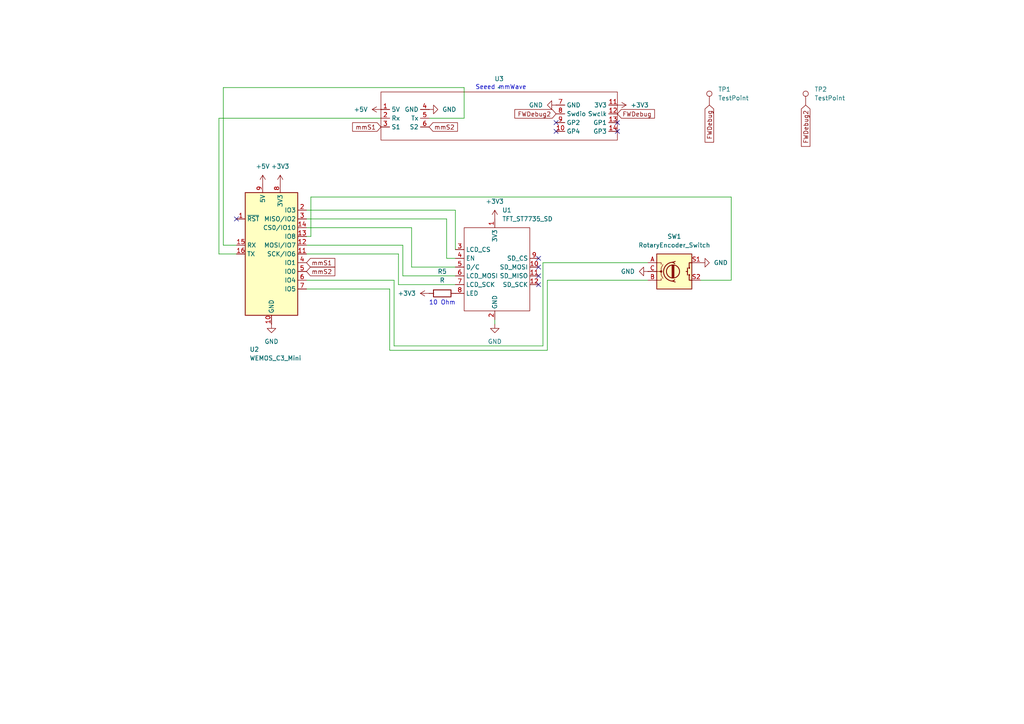
<source format=kicad_sch>
(kicad_sch (version 20241004) (generator "eeschema") (generator_version "8.99")
  (paper "A4")
  (lib_symbols
    (symbol "Connector:TestPoint" (pin_numbers (hide yes)) (pin_names (offset 0.762) (hide yes))
      (property "Reference" "TP" (at 0 6.858 0))
      (property "Value" "TestPoint" (at 0 5.08 0))
      (symbol "TestPoint_0_1"
        (circle (center 0 3.302) (radius 0.762))
      )
      (symbol "TestPoint_1_1"
        (pin passive line (at 0 0 90) (length 2.54) (name "1") (number "1"))
      )
    )
    (symbol "Device:R" (pin_numbers (hide yes)) (pin_names (offset 0))
      (property "Reference" "R" (at 2.032 0 90))
      (property "Value" "R" (at 0 0 90))
      (symbol "R_0_1"
        (rectangle (start -1.016 -2.54) (end 1.016 2.54) (stroke (width 0.254)))
      )
      (symbol "R_1_1"
        (pin passive line (at 0 3.81 270) (length 1.27) (name "~") (number "1"))
        (pin passive line (at 0 -3.81 90) (length 1.27) (name "~") (number "2"))
      )
    )
    (symbol "Device:RotaryEncoder_Switch" (pin_names (offset 0.254) (hide yes))
      (property "Reference" "SW" (at 0 6.604 0))
      (property "Value" "RotaryEncoder_Switch" (at 0 -6.604 0))
      (symbol "RotaryEncoder_Switch_0_1"
        (rectangle (start -5.08 5.08) (end 5.08 -5.08) (stroke (width 0.254)) (fill (type background)))
        (polyline (pts (xy -5.08 2.54) (xy -3.81 2.54) (xy -3.81 2.032)))
        (polyline (pts (xy -5.08 0) (xy -3.81 0) (xy -3.81 -1.016) (xy -3.302 -2.032)))
        (polyline (pts (xy -5.08 -2.54) (xy -3.81 -2.54) (xy -3.81 -2.032)))
        (polyline (pts (xy -4.318 0) (xy -3.81 0) (xy -3.81 1.016) (xy -3.302 2.032)))
        (circle (center -3.81 0) (radius 0.254) (fill (type outline)))
        (polyline (pts (xy -0.635 -1.778) (xy -0.635 1.778)) (stroke (width 0.254)))
        (circle (center -0.381 0) (radius 1.905) (stroke (width 0.254)))
        (polyline (pts (xy -0.381 -1.778) (xy -0.381 1.778)) (stroke (width 0.254)))
        (arc (start -0.381 -2.794) (mid -3.0988 -0.0635) (end -0.381 2.667) (stroke (width 0.254)))
        (polyline (pts (xy -0.127 1.778) (xy -0.127 -1.778)) (stroke (width 0.254)))
        (polyline (pts (xy 0.254 2.921) (xy -0.508 2.667) (xy 0.127 2.286)) (stroke (width 0.254)))
        (polyline (pts (xy 0.254 -3.048) (xy -0.508 -2.794) (xy 0.127 -2.413)) (stroke (width 0.254)))
        (polyline (pts (xy 3.81 1.016) (xy 3.81 -1.016)) (stroke (width 0.254)))
        (polyline (pts (xy 3.81 0) (xy 3.429 0)) (stroke (width 0.254)))
        (circle (center 4.318 1.016) (radius 0.127) (stroke (width 0.254)))
        (circle (center 4.318 -1.016) (radius 0.127) (stroke (width 0.254)))
        (polyline (pts (xy 5.08 2.54) (xy 4.318 2.54) (xy 4.318 1.016)) (stroke (width 0.254)))
        (polyline (pts (xy 5.08 -2.54) (xy 4.318 -2.54) (xy 4.318 -1.016)) (stroke (width 0.254)))
      )
      (symbol "RotaryEncoder_Switch_1_1"
        (pin passive line (at -7.62 2.54 0) (length 2.54) (name "A") (number "A"))
        (pin passive line (at -7.62 0 0) (length 2.54) (name "C") (number "C"))
        (pin passive line (at -7.62 -2.54 0) (length 2.54) (name "B") (number "B"))
        (pin passive line (at 7.62 2.54 180) (length 2.54) (name "S1") (number "S1"))
        (pin passive line (at 7.62 -2.54 180) (length 2.54) (name "S2") (number "S2"))
      )
    )
    (symbol "asylum-weather:TFT_ST7735_SD"
      (property "Reference" "U" (at 6.858 -15.748 0))
      (property "Value" "TFT_ST7735_SD" (at 13.462 -18.288 0))
      (symbol "TFT_ST7735_SD_0_1"
        (rectangle (start -5.08 10.16) (end 13.97 -13.97))
      )
      (symbol "TFT_ST7735_SD_1_1"
        (pin input line (at -7.62 3.81 0) (length 2.54) (name "LCD_CS") (number "3"))
        (pin input line (at -7.62 1.27 0) (length 2.54) (name "EN") (number "4"))
        (pin input line (at -7.62 -1.27 0) (length 2.54) (name "D/C") (number "5"))
        (pin input line (at -7.62 -3.81 0) (length 2.54) (name "LCD_MOSI") (number "6"))
        (pin input line (at -7.62 -6.35 0) (length 2.54) (name "LCD_SCK") (number "7"))
        (pin power_in line (at -7.62 -8.89 0) (length 2.54) (name "LED") (number "8"))
        (pin power_in line (at 3.81 12.7 270) (length 2.54) (name "3V3") (number "1"))
        (pin power_in line (at 3.81 -16.51 90) (length 2.54) (name "GND") (number "2"))
        (pin input line (at 16.51 1.27 180) (length 2.54) (name "SD_CS") (number "9"))
        (pin input line (at 16.51 -1.27 180) (length 2.54) (name "SD_MOSI") (number "10"))
        (pin output line (at 16.51 -3.81 180) (length 2.54) (name "SD_MISO") (number "11"))
        (pin input line (at 16.51 -6.35 180) (length 2.54) (name "SD_SCK") (number "12"))
      )
    )
    (symbol "asylum-weather:WEMOS_C3_mini"
      (property "Reference" "U1" (at 2.1941 -20.32 0))
      (property "Value" "WEMOS_C3_Mini" (at 2.1941 -22.86 0))
      (symbol "WEMOS_C3_mini_1_1"
        (rectangle (start -7.62 17.78) (end 7.62 -17.78) (stroke (width 0.254)) (fill (type background)))
        (pin input line (at -10.16 10.16 0) (length 2.54) (name "~{RST}") (number "1"))
        (pin input line (at -10.16 2.54 0) (length 2.54) (name "RX") (number "15"))
        (pin output line (at -10.16 0 0) (length 2.54) (name "TX") (number "16"))
        (pin power_in line (at -2.54 20.32 270) (length 2.54) (name "5V") (number "9"))
        (pin power_in line (at 0 -20.32 90) (length 2.54) (name "GND") (number "10"))
        (pin power_out line (at 2.54 20.32 270) (length 2.54) (name "3V3") (number "8"))
        (pin input line (at 10.16 12.7 180) (length 2.54) (name "IO3") (number "2"))
        (pin bidirectional line (at 10.16 10.16 180) (length 2.54) (name "MISO/IO2") (number "3"))
        (pin bidirectional line (at 10.16 7.62 180) (length 2.54) (name "CS0/IO10") (number "14"))
        (pin bidirectional line (at 10.16 5.08 180) (length 2.54) (name "IO8") (number "13"))
        (pin bidirectional line (at 10.16 2.54 180) (length 2.54) (name "MOSI/IO7") (number "12"))
        (pin bidirectional line (at 10.16 0 180) (length 2.54) (name "SCK/IO6") (number "11"))
        (pin bidirectional line (at 10.16 -2.54 180) (length 2.54) (name "IO1") (number "4"))
        (pin bidirectional line (at 10.16 -5.08 180) (length 2.54) (name "IO0") (number "5"))
        (pin bidirectional line (at 10.16 -7.62 180) (length 2.54) (name "IO4") (number "6"))
        (pin bidirectional line (at 10.16 -10.16 180) (length 2.54) (name "IO5") (number "7"))
      )
    )
    (symbol "power:+3V3" (power) (pin_numbers (hide yes)) (pin_names (offset 0) (hide yes))
      (property "Value" "+3V3" (at 0 3.556 0))
      (symbol "+3V3_0_1"
        (polyline (pts (xy -0.762 1.27) (xy 0 2.54)))
        (polyline (pts (xy 0 2.54) (xy 0.762 1.27)))
        (polyline (pts (xy 0 0) (xy 0 2.54)))
      )
      (symbol "+3V3_1_1"
        (pin power_in line (at 0 0 90) (length 0) (name "~") (number "1"))
      )
    )
    (symbol "power:+5V" (power) (pin_numbers (hide yes)) (pin_names (offset 0) (hide yes))
      (property "Value" "+5V" (at 0 3.556 0))
      (symbol "+5V_0_1"
        (polyline (pts (xy -0.762 1.27) (xy 0 2.54)))
        (polyline (pts (xy 0 2.54) (xy 0.762 1.27)))
        (polyline (pts (xy 0 0) (xy 0 2.54)))
      )
      (symbol "+5V_1_1"
        (pin power_in line (at 0 0 90) (length 0) (name "~") (number "1"))
      )
    )
    (symbol "power:GND" (power) (pin_numbers (hide yes)) (pin_names (offset 0) (hide yes))
      (property "Value" "GND" (at 0 -3.81 0))
      (symbol "GND_0_1"
        (polyline (pts (xy 0 0) (xy 0 -1.27) (xy 1.27 -1.27) (xy 0 -2.54) (xy -1.27 -1.27) (xy 0 -1.27)))
      )
      (symbol "GND_1_1"
        (pin power_in line (at 0 0 270) (length 0) (name "~") (number "1"))
      )
    )
    (symbol "seeedmmWave:mmWave"
      (property "Reference" "U" (at 0 0 0))
      (symbol "mmWave_0_1"
        (rectangle (start -33.02 7.62) (end 35.56 -6.35))
      )
      (symbol "mmWave_1_1"
        (pin power_in line (at -33.02 2.54 0) (length 2.54) (name "5V") (number "1"))
        (pin input line (at -33.02 0 0) (length 2.54) (name "Rx") (number "2"))
        (pin input line (at -33.02 -2.54 0) (length 2.54) (name "S1") (number "3"))
        (pin power_in line (at -19.05 2.54 180) (length 2.54) (name "GND") (number "4"))
        (pin output line (at -19.05 0 180) (length 2.54) (name "Tx") (number "5"))
        (pin input line (at -19.05 -2.54 180) (length 2.54) (name "S2") (number "6"))
        (pin power_in line (at 17.78 3.81 0) (length 2.54) (name "GND") (number "7"))
        (pin input line (at 17.78 1.27 0) (length 2.54) (name "Swdio") (number "8"))
        (pin input line (at 17.78 -1.27 0) (length 2.54) (name "GP2") (number "9"))
        (pin input line (at 17.78 -3.81 0) (length 2.54) (name "GP4") (number "10"))
        (pin power_in line (at 35.56 3.81 180) (length 2.54) (name "3V3") (number "11"))
        (pin input line (at 35.56 1.27 180) (length 2.54) (name "Swclk") (number "12"))
        (pin input line (at 35.56 -1.27 180) (length 2.54) (name "GP1") (number "13"))
        (pin input line (at 35.56 -3.81 180) (length 2.54) (name "GP3") (number "14"))
      )
    )
  )
  (text "Seeed mmWave" (at 145.288 25.4 0) (effects (font (size 1.27 1.27))))
  (text "10 Ohm" (at 128.27 87.884 0) (effects (font (size 1.27 1.27))))
  (no_connect (at 68.58 63.5))
  (no_connect (at 156.21 74.93))
  (no_connect (at 156.21 80.01))
  (no_connect (at 161.29 38.1))
  (no_connect (at 156.21 82.55))
  (no_connect (at 179.07 35.56))
  (no_connect (at 179.07 38.1))
  (no_connect (at 161.29 35.56))
  (no_connect (at 156.21 77.47))
  (wire (pts (xy 119.38 77.47) (xy 119.38 66.04)))
  (wire (pts (xy 157.48 76.2) (xy 157.48 100.33)))
  (wire (pts (xy 158.75 81.28) (xy 158.75 101.6)))
  (wire (pts (xy 119.38 66.04) (xy 88.9 66.04)))
  (wire (pts (xy 63.5 73.66) (xy 63.5 34.29)))
  (wire (pts (xy 157.48 100.33) (xy 114.3 100.33)))
  (wire (pts (xy 187.96 81.28) (xy 158.75 81.28)))
  (wire (pts (xy 132.08 80.01) (xy 116.84 80.01)))
  (wire (pts (xy 132.08 74.93) (xy 129.54 74.93)))
  (wire (pts (xy 116.84 80.01) (xy 116.84 71.12)))
  (wire (pts (xy 132.08 72.39) (xy 132.08 60.96)))
  (wire (pts (xy 114.3 81.28) (xy 88.9 81.28)))
  (wire (pts (xy 129.54 63.5) (xy 88.9 63.5)))
  (wire (pts (xy 187.96 76.2) (xy 157.48 76.2)))
  (wire (pts (xy 64.77 25.4) (xy 134.62 25.4)))
  (wire (pts (xy 143.51 92.71) (xy 143.51 93.98)))
  (wire (pts (xy 132.08 77.47) (xy 119.38 77.47)))
  (wire (pts (xy 132.08 82.55) (xy 115.57 82.55)))
  (wire (pts (xy 113.03 101.6) (xy 113.03 83.82)))
  (wire (pts (xy 134.62 25.4) (xy 134.62 34.29)))
  (wire (pts (xy 63.5 73.66) (xy 68.58 73.66)))
  (wire (pts (xy 90.17 57.15) (xy 90.17 68.58)))
  (wire (pts (xy 132.08 60.96) (xy 88.9 60.96)))
  (wire (pts (xy 88.9 83.82) (xy 113.03 83.82)))
  (wire (pts (xy 116.84 71.12) (xy 88.9 71.12)))
  (wire (pts (xy 134.62 34.29) (xy 124.46 34.29)))
  (wire (pts (xy 212.09 57.15) (xy 90.17 57.15)))
  (wire (pts (xy 158.75 101.6) (xy 113.03 101.6)))
  (wire (pts (xy 63.5 34.29) (xy 110.49 34.29)))
  (wire (pts (xy 115.57 73.66) (xy 88.9 73.66)))
  (wire (pts (xy 64.77 25.4) (xy 64.77 71.12)))
  (wire (pts (xy 115.57 82.55) (xy 115.57 73.66)))
  (wire (pts (xy 90.17 68.58) (xy 88.9 68.58)))
  (wire (pts (xy 64.77 71.12) (xy 68.58 71.12)))
  (wire (pts (xy 129.54 74.93) (xy 129.54 63.5)))
  (wire (pts (xy 203.2 81.28) (xy 212.09 81.28)))
  (wire (pts (xy 114.3 100.33) (xy 114.3 81.28)))
  (wire (pts (xy 212.09 81.28) (xy 212.09 57.15)))
  (global_label "mmS2" (shape input) (at 88.9 78.74 0) (property "Intersheetrefs" "${INTERSHEET_REFS}" (effects (hide yes))))
  (global_label "mmS1" (shape input) (at 110.49 36.83 180) (property "Intersheetrefs" "${INTERSHEET_REFS}" (effects (hide yes))))
  (global_label "FWDebug" (shape input) (at 205.74 30.48 270) (property "Intersheetrefs" "${INTERSHEET_REFS}" (effects (hide yes))))
  (global_label "mmS2" (shape input) (at 124.46 36.83 0) (property "Intersheetrefs" "${INTERSHEET_REFS}" (effects (hide yes))))
  (global_label "mmS1" (shape input) (at 88.9 76.2 0) (property "Intersheetrefs" "${INTERSHEET_REFS}" (effects (hide yes))))
  (global_label "FWDebug" (shape input) (at 179.07 33.02 0) (property "Intersheetrefs" "${INTERSHEET_REFS}" (effects (hide yes))))
  (global_label "FWDebug2" (shape input) (at 161.29 33.02 180) (property "Intersheetrefs" "${INTERSHEET_REFS}" (effects (hide yes))))
  (global_label "FWDebug2" (shape input) (at 233.68 30.48 270) (property "Intersheetrefs" "${INTERSHEET_REFS}" (effects (hide yes))))
  (symbol (lib_id "power:GND") (at 78.74 93.98 0) (unit 1)
    (property "Reference" "#PWR06" (effects (hide yes)))
    (property "Value" "GND" (at 78.74 99.06 0))
    (property "Description" "Power symbol creates a global label with name \"GND\" , ground" (effects (hide yes)))
  )
  (symbol (lib_id "power:GND") (at 187.96 78.74 270) (unit 1)
    (property "Reference" "#PWR01" (effects (hide yes)))
    (property "Value" "GND" (at 184.15 78.7399 90) (effects (justify right)))
    (property "Description" "Power symbol creates a global label with name \"GND\" , ground" (effects (hide yes)))
  )
  (symbol (lib_id "power:GND") (at 143.51 93.98 0) (unit 1)
    (property "Reference" "#PWR05" (effects (hide yes)))
    (property "Value" "GND" (at 143.51 99.06 0))
    (property "Description" "Power symbol creates a global label with name \"GND\" , ground" (effects (hide yes)))
  )
  (symbol (lib_id "power:+3V3") (at 179.07 30.48 270) (unit 1)
    (property "Reference" "#PWR010" (effects (hide yes)))
    (property "Value" "+3V3" (at 182.88 30.4799 90) (effects (justify left)))
    (property "Description" "Power symbol creates a global label with name \"+3V3\"" (effects (hide yes)))
  )
  (symbol (lib_id "seeedmmWave:mmWave") (at 143.51 34.29 0) (unit 1)
    (property "Reference" "U3" (at 144.78 22.86 0))
    (property "Value" "~" (at 144.78 25.4 0))
    (property "Footprint" "seeedmmWave:Untitled_1" (effects (hide yes)))
  )
  (symbol (lib_id "Device:R") (at 128.27 85.09 90) (unit 1)
    (property "Reference" "R5" (at 128.27 78.74 90))
    (property "Value" "R" (at 128.27 81.28 90))
    (property "Footprint" "Resistor_THT:R_Axial_DIN0207_L6.3mm_D2.5mm_P7.62mm_Horizontal" (effects (hide yes)))
    (property "Description" "Resistor" (effects (hide yes)))
  )
  (symbol (lib_id "power:+3V3") (at 81.28 53.34 0) (unit 1)
    (property "Reference" "#PWR09" (effects (hide yes)))
    (property "Value" "+3V3" (at 81.28 48.26 0))
    (property "Description" "Power symbol creates a global label with name \"+3V3\"" (effects (hide yes)))
  )
  (symbol (lib_id "Connector:TestPoint") (at 233.68 30.48 0) (unit 1)
    (property "Reference" "TP2" (at 236.22 25.9079 0) (effects (justify left)))
    (property "Value" "TestPoint" (at 236.22 28.4479 0) (effects (justify left)))
    (property "Footprint" "TestPoint:TestPoint_Pad_D2.0mm" (effects (hide yes)))
    (property "Description" "test point" (effects (hide yes)))
  )
  (symbol (lib_id "power:+3V3") (at 124.46 85.09 90) (unit 1)
    (property "Reference" "#PWR08" (effects (hide yes)))
    (property "Value" "+3V3" (at 120.65 85.0899 90) (effects (justify left)))
    (property "Description" "Power symbol creates a global label with name \"+3V3\"" (effects (hide yes)))
  )
  (symbol (lib_id "Device:RotaryEncoder_Switch") (at 195.58 78.74 0) (unit 1)
    (property "Reference" "SW1" (at 195.58 68.58 0))
    (property "Value" "RotaryEncoder_Switch" (at 195.58 71.12 0))
    (property "Footprint" "Rotary_Encoder:RotaryEncoder_Bourns_Vertical_PEC12R-3x17F-Sxxxx" (effects (hide yes)))
    (property "Description" "Rotary encoder, dual channel, incremental quadrate outputs, with switch" (effects (hide yes)))
  )
  (symbol (lib_id "power:GND") (at 124.46 31.75 90) (unit 1)
    (property "Reference" "#PWR04" (effects (hide yes)))
    (property "Value" "GND" (at 128.27 31.7499 90) (effects (justify right)))
    (property "Description" "Power symbol creates a global label with name \"GND\" , ground" (effects (hide yes)))
  )
  (symbol (lib_id "power:+5V") (at 110.49 31.75 90) (unit 1)
    (property "Reference" "#PWR012" (effects (hide yes)))
    (property "Value" "+5V" (at 106.68 31.7499 90) (effects (justify left)))
    (property "Description" "Power symbol creates a global label with name \"+5V\"" (effects (hide yes)))
  )
  (symbol (lib_id "asylum-weather:TFT_ST7735_SD") (at 139.7 76.2 0) (unit 1)
    (property "Reference" "U1" (at 145.6533 60.96 0) (effects (justify left)))
    (property "Value" "TFT_ST7735_SD" (at 145.6533 63.5 0) (effects (justify left)))
    (property "Footprint" "asylum-weather:TFT_ST7735_SD" (effects (hide yes)))
  )
  (symbol (lib_id "power:+3V3") (at 143.51 63.5 0) (unit 1)
    (property "Reference" "#PWR07" (effects (hide yes)))
    (property "Value" "+3V3" (at 143.51 58.42 0))
    (property "Description" "Power symbol creates a global label with name \"+3V3\"" (effects (hide yes)))
  )
  (symbol (lib_id "asylum-weather:WEMOS_C3_mini") (at 78.74 73.66 0) (unit 1)
    (property "Reference" "U2" (at 72.39 101.346 0) (effects (justify left)))
    (property "Value" "WEMOS_C3_Mini" (at 72.39 103.886 0) (effects (justify left)))
    (property "Footprint" "RF_Module:WEMOS_D1_mini_light" (effects (hide yes)))
    (property "Datasheet" "https://wiki.wemos.cc/products:d1:d1_mini#documentation" (effects (hide yes)))
    (property "Description" "32-bit microcontroller module with WiFi" (effects (hide yes)))
  )
  (symbol (lib_id "power:+5V") (at 76.2 53.34 0) (unit 1)
    (property "Reference" "#PWR011" (effects (hide yes)))
    (property "Value" "+5V" (at 76.2 48.26 0))
    (property "Description" "Power symbol creates a global label with name \"+5V\"" (effects (hide yes)))
  )
  (symbol (lib_id "power:GND") (at 203.2 76.2 90) (unit 1)
    (property "Reference" "#PWR02" (effects (hide yes)))
    (property "Value" "GND" (at 207.01 76.1999 90) (effects (justify right)))
    (property "Description" "Power symbol creates a global label with name \"GND\" , ground" (effects (hide yes)))
  )
  (symbol (lib_id "Connector:TestPoint") (at 205.74 30.48 0) (unit 1)
    (property "Reference" "TP1" (at 208.28 25.9079 0) (effects (justify left)))
    (property "Value" "TestPoint" (at 208.28 28.4479 0) (effects (justify left)))
    (property "Footprint" "TestPoint_Pad_D2.0mm" (effects (hide yes)))
    (property "Description" "test point" (effects (hide yes)))
  )
  (symbol (lib_id "power:GND") (at 161.29 30.48 270) (unit 1)
    (property "Reference" "#PWR03" (effects (hide yes)))
    (property "Value" "GND" (at 157.48 30.4799 90) (effects (justify right)))
    (property "Description" "Power symbol creates a global label with name \"GND\" , ground" (effects (hide yes)))
  )
)
</source>
